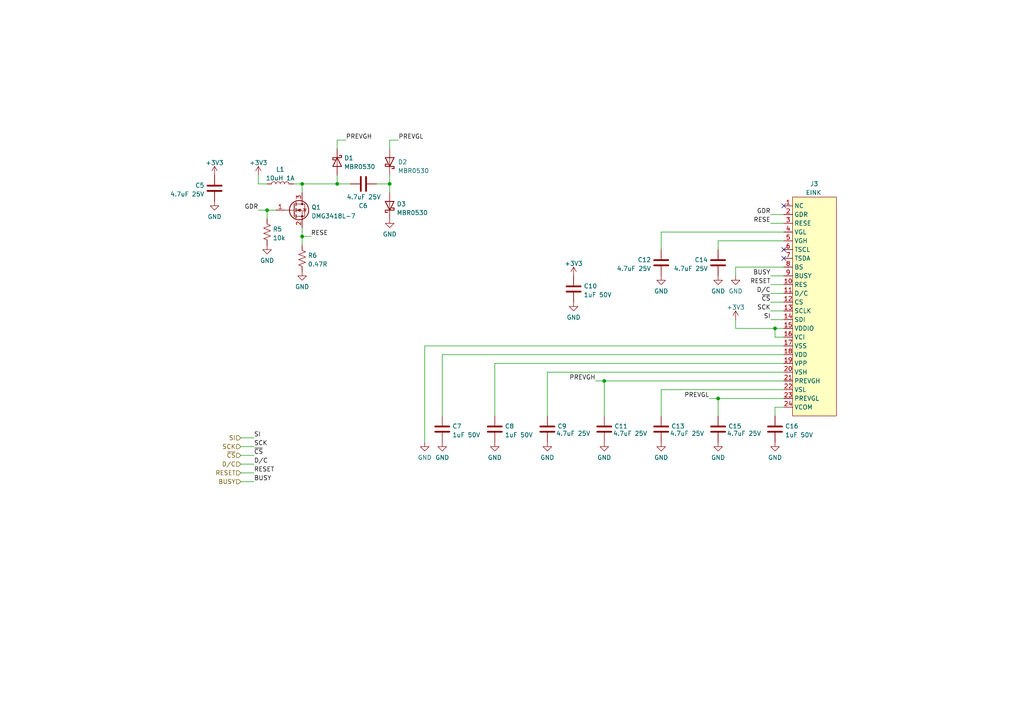
<source format=kicad_sch>
(kicad_sch (version 20211123) (generator eeschema)
  (paper "A4")
  (lib_symbols
    (symbol "Device:C" (pin_numbers hide) (pin_names (offset 0.254))
      (property "Reference" "C" (at 0.635 2.54 0))
      (property "Value" "C" (at 0.635 -2.54 0))
      (symbol "C_0_1"
        (polyline (pts (xy -2.032 -0.762) (xy 2.032 -0.762)) (stroke (width 0.508)))
        (polyline (pts (xy -2.032 0.762) (xy 2.032 0.762)) (stroke (width 0.508)))
      )
      (symbol "C_1_1"
        (pin passive line (at 0 3.81 270) (length 2.794) (name "~") (number "1"))
        (pin passive line (at 0 -3.81 90) (length 2.794) (name "~") (number "2"))
      )
    )
    (symbol "Device:L" (pin_numbers hide) (pin_names (offset 1.016) hide)
      (property "Reference" "L" (at -1.27 0 90))
      (property "Value" "L" (at 1.905 0 90))
      (symbol "L_0_1"
        (arc (start 0 -2.54) (mid 0.635 -1.905) (end 0 -1.27))
        (arc (start 0 -1.27) (mid 0.635 -0.635) (end 0 0))
        (arc (start 0 0) (mid 0.635 0.635) (end 0 1.27))
        (arc (start 0 1.27) (mid 0.635 1.905) (end 0 2.54))
      )
      (symbol "L_1_1"
        (pin passive line (at 0 3.81 270) (length 1.27) (name "1") (number "1"))
        (pin passive line (at 0 -3.81 90) (length 1.27) (name "2") (number "2"))
      )
    )
    (symbol "Device:Q_NMOS_GSD" (pin_names (offset 0) hide)
      (property "Reference" "Q" (at 5.08 1.27 0))
      (property "Value" "Q_NMOS_GSD" (at 5.08 -1.27 0))
      (symbol "Q_NMOS_GSD_0_1"
        (polyline (pts (xy 0.254 0) (xy -2.54 0)))
        (polyline (pts (xy 0.254 1.905) (xy 0.254 -1.905)) (stroke (width 0.254)))
        (polyline (pts (xy 0.762 -1.27) (xy 0.762 -2.286)) (stroke (width 0.254)))
        (polyline (pts (xy 0.762 0.508) (xy 0.762 -0.508)) (stroke (width 0.254)))
        (polyline (pts (xy 0.762 2.286) (xy 0.762 1.27)) (stroke (width 0.254)))
        (polyline (pts (xy 2.54 2.54) (xy 2.54 1.778)))
        (polyline (pts (xy 2.54 -2.54) (xy 2.54 0) (xy 0.762 0)))
        (polyline (pts (xy 0.762 -1.778) (xy 3.302 -1.778) (xy 3.302 1.778) (xy 0.762 1.778)))
        (polyline (pts (xy 1.016 0) (xy 2.032 0.381) (xy 2.032 -0.381) (xy 1.016 0)) (fill (type outline)))
        (polyline (pts (xy 2.794 0.508) (xy 2.921 0.381) (xy 3.683 0.381) (xy 3.81 0.254)))
        (polyline (pts (xy 3.302 0.381) (xy 2.921 -0.254) (xy 3.683 -0.254) (xy 3.302 0.381)))
        (circle (center 1.651 0) (radius 2.794) (stroke (width 0.254)))
        (circle (center 2.54 -1.778) (radius 0.254) (fill (type outline)))
        (circle (center 2.54 1.778) (radius 0.254) (fill (type outline)))
      )
      (symbol "Q_NMOS_GSD_1_1"
        (pin input line (at -5.08 0 0) (length 2.54) (name "G") (number "1"))
        (pin passive line (at 2.54 -5.08 90) (length 2.54) (name "S") (number "2"))
        (pin passive line (at 2.54 5.08 270) (length 2.54) (name "D") (number "3"))
      )
    )
    (symbol "Device:R_US" (pin_numbers hide) (pin_names (offset 0))
      (property "Reference" "R" (at 2.54 0 90))
      (property "Value" "R_US" (at -2.54 0 90))
      (symbol "R_US_0_1"
        (polyline (pts (xy 0 -2.286) (xy 0 -2.54)))
        (polyline (pts (xy 0 2.286) (xy 0 2.54)))
        (polyline (pts (xy 0 -0.762) (xy 1.016 -1.143) (xy 0 -1.524) (xy -1.016 -1.905) (xy 0 -2.286)))
        (polyline (pts (xy 0 0.762) (xy 1.016 0.381) (xy 0 0) (xy -1.016 -0.381) (xy 0 -0.762)))
        (polyline (pts (xy 0 2.286) (xy 1.016 1.905) (xy 0 1.524) (xy -1.016 1.143) (xy 0 0.762)))
      )
      (symbol "R_US_1_1"
        (pin passive line (at 0 3.81 270) (length 1.27) (name "~") (number "1"))
        (pin passive line (at 0 -3.81 90) (length 1.27) (name "~") (number "2"))
      )
    )
    (symbol "Diode:MBR0530" (pin_numbers hide) (pin_names (offset 1.016) hide)
      (property "Reference" "D" (at 0 2.54 0))
      (property "Value" "MBR0530" (at 0 -2.54 0))
      (symbol "MBR0530_0_1"
        (polyline (pts (xy 1.27 0) (xy -1.27 0)))
        (polyline (pts (xy 1.27 1.27) (xy 1.27 -1.27) (xy -1.27 0) (xy 1.27 1.27)) (stroke (width 0.254)))
        (polyline (pts (xy -1.905 0.635) (xy -1.905 1.27) (xy -1.27 1.27) (xy -1.27 -1.27) (xy -0.635 -1.27) (xy -0.635 -0.635)) (stroke (width 0.254)))
      )
      (symbol "MBR0530_1_1"
        (pin passive line (at -3.81 0 0) (length 2.54) (name "K") (number "1"))
        (pin passive line (at 3.81 0 180) (length 2.54) (name "A") (number "2"))
      )
    )
    (symbol "dumbwatch:EINK"
      (property "Reference" "J" (at 0 35.56 0))
      (property "Value" "EINK" (at 0 33.02 0))
      (symbol "EINK_0_1"
        (rectangle (start -6.35 31.75) (end 6.35 -31.75) (stroke (width 0.1524)) (fill (type background)))
      )
      (symbol "EINK_1_1"
        (pin input line (at -8.89 29.21 0) (length 2.54) (name "NC") (number "1"))
        (pin input line (at -8.89 6.35 0) (length 2.54) (name "RES") (number "10"))
        (pin input line (at -8.89 3.81 0) (length 2.54) (name "D/C") (number "11"))
        (pin input line (at -8.89 1.27 0) (length 2.54) (name "CS") (number "12"))
        (pin input line (at -8.89 -1.27 0) (length 2.54) (name "SCLK") (number "13"))
        (pin input line (at -8.89 -3.81 0) (length 2.54) (name "SDI") (number "14"))
        (pin input line (at -8.89 -6.35 0) (length 2.54) (name "VDDIO") (number "15"))
        (pin input line (at -8.89 -8.89 0) (length 2.54) (name "VCI") (number "16"))
        (pin input line (at -8.89 -11.43 0) (length 2.54) (name "VSS") (number "17"))
        (pin input line (at -8.89 -13.97 0) (length 2.54) (name "VDD") (number "18"))
        (pin input line (at -8.89 -16.51 0) (length 2.54) (name "VPP") (number "19"))
        (pin input line (at -8.89 26.67 0) (length 2.54) (name "GDR") (number "2"))
        (pin input line (at -8.89 -19.05 0) (length 2.54) (name "VSH") (number "20"))
        (pin input line (at -8.89 -21.59 0) (length 2.54) (name "PREVGH") (number "21"))
        (pin input line (at -8.89 -24.13 0) (length 2.54) (name "VSL") (number "22"))
        (pin input line (at -8.89 -26.67 0) (length 2.54) (name "PREVGL") (number "23"))
        (pin input line (at -8.89 -29.21 0) (length 2.54) (name "VCOM") (number "24"))
        (pin input line (at -8.89 24.13 0) (length 2.54) (name "RESE") (number "3"))
        (pin input line (at -8.89 21.59 0) (length 2.54) (name "VGL") (number "4"))
        (pin input line (at -8.89 19.05 0) (length 2.54) (name "VGH") (number "5"))
        (pin input line (at -8.89 16.51 0) (length 2.54) (name "TSCL") (number "6"))
        (pin input line (at -8.89 13.97 0) (length 2.54) (name "TSDA") (number "7"))
        (pin input line (at -8.89 11.43 0) (length 2.54) (name "BS") (number "8"))
        (pin input line (at -8.89 8.89 0) (length 2.54) (name "BUSY") (number "9"))
      )
    )
    (symbol "power:+3V3" (power) (pin_names (offset 0))
      (property "Value" "+3V3" (at 0 3.556 0))
      (symbol "+3V3_0_1"
        (polyline (pts (xy -0.762 1.27) (xy 0 2.54)))
        (polyline (pts (xy 0 0) (xy 0 2.54)))
        (polyline (pts (xy 0 2.54) (xy 0.762 1.27)))
      )
      (symbol "+3V3_1_1"
        (pin power_in line (at 0 0 90) (length 0) hide (name "+3V3") (number "1"))
      )
    )
    (symbol "power:GND" (power) (pin_names (offset 0))
      (property "Value" "GND" (at 0 -3.81 0))
      (symbol "GND_0_1"
        (polyline (pts (xy 0 0) (xy 0 -1.27) (xy 1.27 -1.27) (xy 0 -2.54) (xy -1.27 -1.27) (xy 0 -1.27)))
      )
      (symbol "GND_1_1"
        (pin power_in line (at 0 0 270) (length 0) hide (name "GND") (number "1"))
      )
    )
  )
  (junction (at 87.63 53.34))
  (junction (at 97.79 53.34))
  (junction (at 224.79 95.25))
  (junction (at 77.47 60.96))
  (junction (at 113.03 53.34))
  (junction (at 175.26 110.49))
  (junction (at 208.28 115.57))
  (junction (at 87.63 68.58))
  (no_connect (at 227.33 74.93))
  (no_connect (at 227.33 59.69))
  (no_connect (at 227.33 72.39))
  (wire (pts (xy 123.19 100.33) (xy 123.19 128.27)))
  (wire (pts (xy 113.03 40.64) (xy 115.57 40.64)))
  (wire (pts (xy 223.52 64.77) (xy 227.33 64.77)))
  (wire (pts (xy 77.47 63.5) (xy 77.47 60.96)))
  (wire (pts (xy 87.63 68.58) (xy 87.63 71.12)))
  (wire (pts (xy 208.28 115.57) (xy 227.33 115.57)))
  (wire (pts (xy 227.33 118.11) (xy 224.79 118.11)))
  (wire (pts (xy 73.66 139.7) (xy 69.85 139.7)))
  (wire (pts (xy 85.09 53.34) (xy 87.63 53.34)))
  (wire (pts (xy 213.36 77.47) (xy 227.33 77.47)))
  (wire (pts (xy 205.74 115.57) (xy 208.28 115.57)))
  (wire (pts (xy 213.36 95.25) (xy 224.79 95.25)))
  (wire (pts (xy 158.75 107.95) (xy 158.75 120.65)))
  (wire (pts (xy 223.52 85.09) (xy 227.33 85.09)))
  (wire (pts (xy 191.77 113.03) (xy 191.77 120.65)))
  (wire (pts (xy 77.47 60.96) (xy 80.01 60.96)))
  (wire (pts (xy 224.79 97.79) (xy 224.79 95.25)))
  (wire (pts (xy 87.63 53.34) (xy 87.63 55.88)))
  (wire (pts (xy 172.72 110.49) (xy 175.26 110.49)))
  (wire (pts (xy 223.52 87.63) (xy 227.33 87.63)))
  (wire (pts (xy 113.03 53.34) (xy 113.03 55.88)))
  (wire (pts (xy 113.03 50.8) (xy 113.03 53.34)))
  (wire (pts (xy 223.52 90.17) (xy 227.33 90.17)))
  (wire (pts (xy 97.79 53.34) (xy 101.6 53.34)))
  (wire (pts (xy 191.77 72.39) (xy 191.77 67.31)))
  (wire (pts (xy 143.51 105.41) (xy 143.51 120.65)))
  (wire (pts (xy 97.79 50.8) (xy 97.79 53.34)))
  (wire (pts (xy 213.36 77.47) (xy 213.36 80.01)))
  (wire (pts (xy 74.93 53.34) (xy 77.47 53.34)))
  (wire (pts (xy 208.28 69.85) (xy 227.33 69.85)))
  (wire (pts (xy 143.51 105.41) (xy 227.33 105.41)))
  (wire (pts (xy 74.93 50.8) (xy 74.93 53.34)))
  (wire (pts (xy 223.52 62.23) (xy 227.33 62.23)))
  (wire (pts (xy 123.19 100.33) (xy 227.33 100.33)))
  (wire (pts (xy 175.26 110.49) (xy 227.33 110.49)))
  (wire (pts (xy 97.79 40.64) (xy 97.79 43.18)))
  (wire (pts (xy 223.52 82.55) (xy 227.33 82.55)))
  (wire (pts (xy 87.63 68.58) (xy 90.17 68.58)))
  (wire (pts (xy 113.03 43.18) (xy 113.03 40.64)))
  (wire (pts (xy 227.33 97.79) (xy 224.79 97.79)))
  (wire (pts (xy 73.66 132.08) (xy 69.85 132.08)))
  (wire (pts (xy 224.79 118.11) (xy 224.79 120.65)))
  (wire (pts (xy 175.26 110.49) (xy 175.26 120.65)))
  (wire (pts (xy 191.77 113.03) (xy 227.33 113.03)))
  (wire (pts (xy 128.27 102.87) (xy 128.27 120.65)))
  (wire (pts (xy 208.28 120.65) (xy 208.28 115.57)))
  (wire (pts (xy 87.63 66.04) (xy 87.63 68.58)))
  (wire (pts (xy 213.36 92.71) (xy 213.36 95.25)))
  (wire (pts (xy 191.77 67.31) (xy 227.33 67.31)))
  (wire (pts (xy 128.27 102.87) (xy 227.33 102.87)))
  (wire (pts (xy 208.28 69.85) (xy 208.28 72.39)))
  (wire (pts (xy 223.52 92.71) (xy 227.33 92.71)))
  (wire (pts (xy 73.66 134.62) (xy 69.85 134.62)))
  (wire (pts (xy 73.66 127) (xy 69.85 127)))
  (wire (pts (xy 224.79 95.25) (xy 227.33 95.25)))
  (wire (pts (xy 97.79 40.64) (xy 100.33 40.64)))
  (wire (pts (xy 109.22 53.34) (xy 113.03 53.34)))
  (wire (pts (xy 73.66 137.16) (xy 69.85 137.16)))
  (wire (pts (xy 223.52 80.01) (xy 227.33 80.01)))
  (wire (pts (xy 73.66 129.54) (xy 69.85 129.54)))
  (wire (pts (xy 97.79 53.34) (xy 87.63 53.34)))
  (wire (pts (xy 74.93 60.96) (xy 77.47 60.96)))
  (wire (pts (xy 158.75 107.95) (xy 227.33 107.95)))
  (label "SI" (at 73.66 127 0))
  (label "RESET" (at 223.52 82.55 180))
  (label "RESE" (at 90.17 68.58 0))
  (label "SCK" (at 223.52 90.17 180))
  (label "RESE" (at 223.52 64.77 180))
  (label "~{CS}" (at 73.66 132.08 0))
  (label "SCK" (at 73.66 129.54 0))
  (label "PREVGH" (at 172.72 110.49 180))
  (label "D{slash}C" (at 223.52 85.09 180))
  (label "SI" (at 223.52 92.71 180))
  (label "GDR" (at 223.52 62.23 180))
  (label "PREVGL" (at 115.57 40.64 0))
  (label "PREVGH" (at 100.33 40.64 0))
  (label "~{CS}" (at 223.52 87.63 180))
  (label "GDR" (at 74.93 60.96 180))
  (label "D{slash}C" (at 73.66 134.62 0))
  (label "RESET" (at 73.66 137.16 0))
  (label "BUSY" (at 73.66 139.7 0))
  (label "PREVGL" (at 205.74 115.57 180))
  (label "BUSY" (at 223.52 80.01 180))
  (hierarchical_label "~{CS}" (shape input) (at 69.85 132.08 180))
  (hierarchical_label "D{slash}C" (shape input) (at 69.85 134.62 180))
  (hierarchical_label "RESET" (shape input) (at 69.85 137.16 180))
  (hierarchical_label "BUSY" (shape input) (at 69.85 139.7 180))
  (hierarchical_label "SI" (shape input) (at 69.85 127 180))
  (hierarchical_label "SCK" (shape input) (at 69.85 129.54 180))
  (symbol (lib_id "Device:C") (at 175.26 124.46 0) (unit 1)
    (property "Reference" "C11" (at 178.181 123.6253 0) (effects (justify left)))
    (property "Value" "4.7uF 25V" (at 177.8 125.73 0) (effects (justify left)))
    (property "Footprint" "Capacitor_SMD:C_0805_2012Metric_Pad1.18x1.45mm_HandSolder" (effects hide))
  )
  (symbol (lib_id "power:GND") (at 175.26 128.27 0) (unit 1)
    (property "Reference" "#PWR024" (effects hide))
    (property "Value" "GND" (at 175.26 132.7134 0))
  )
  (symbol (lib_id "power:GND") (at 191.77 80.01 0) (unit 1)
    (property "Reference" "#PWR025" (effects hide))
    (property "Value" "GND" (at 191.77 84.4534 0))
  )
  (symbol (lib_id "power:+3V3") (at 74.93 50.8 0) (unit 1)
    (property "Reference" "#PWR014" (effects hide))
    (property "Value" "+3V3" (at 74.93 47.2242 0))
  )
  (symbol (lib_id "Device:R_US") (at 87.63 74.93 0) (unit 1)
    (property "Reference" "R6" (at 89.281 74.0953 0) (effects (justify left)))
    (property "Value" "0.47R" (at 89.281 76.6322 0) (effects (justify left)))
    (property "Footprint" "Resistor_SMD:R_0805_2012Metric_Pad1.20x1.40mm_HandSolder" (effects hide))
  )
  (symbol (lib_id "power:GND") (at 143.51 128.27 0) (unit 1)
    (property "Reference" "#PWR020" (effects hide))
    (property "Value" "GND" (at 143.51 132.7134 0))
  )
  (symbol (lib_id "power:+3V3") (at 62.23 50.8 0) (unit 1)
    (property "Reference" "#PWR012" (effects hide))
    (property "Value" "+3V3" (at 62.23 47.2242 0))
  )
  (symbol (lib_id "Device:C") (at 62.23 54.61 0) (mirror y) (unit 1)
    (property "Reference" "C5" (at 59.309 53.7753 0) (effects (justify left)))
    (property "Value" "4.7uF 25V" (at 59.309 56.3122 0) (effects (justify left)))
    (property "Footprint" "Capacitor_SMD:C_0805_2012Metric_Pad1.18x1.45mm_HandSolder" (effects hide))
  )
  (symbol (lib_id "Device:C") (at 224.79 124.46 0) (unit 1)
    (property "Reference" "C16" (at 227.711 123.6253 0) (effects (justify left)))
    (property "Value" "1uF 50V" (at 227.711 126.1622 0) (effects (justify left)))
    (property "Footprint" "Capacitor_SMD:C_0805_2012Metric_Pad1.18x1.45mm_HandSolder" (effects hide))
  )
  (symbol (lib_id "power:GND") (at 128.27 128.27 0) (unit 1)
    (property "Reference" "#PWR019" (effects hide))
    (property "Value" "GND" (at 128.27 132.7134 0))
  )
  (symbol (lib_id "Device:R_US") (at 77.47 67.31 0) (unit 1)
    (property "Reference" "R5" (at 79.121 66.4753 0) (effects (justify left)))
    (property "Value" "10k" (at 79.121 69.0122 0) (effects (justify left)))
    (property "Footprint" "Resistor_SMD:R_0805_2012Metric_Pad1.20x1.40mm_HandSolder" (effects hide))
  )
  (symbol (lib_id "power:+3V3") (at 213.36 92.71 0) (unit 1)
    (property "Reference" "#PWR030" (effects hide))
    (property "Value" "+3V3" (at 213.36 89.1342 0))
  )
  (symbol (lib_id "power:GND") (at 87.63 78.74 0) (mirror y) (unit 1)
    (property "Reference" "#PWR016" (effects hide))
    (property "Value" "GND" (at 87.63 83.1834 0))
  )
  (symbol (lib_id "Diode:MBR0530") (at 97.79 46.99 270) (unit 1)
    (property "Reference" "D1" (at 99.822 45.8378 90) (effects (justify left)))
    (property "Value" "MBR0530" (at 99.822 48.3747 90) (effects (justify left)))
    (property "Footprint" "Diode_SMD:D_SOD-123" (effects hide))
    (property "Datasheet" "http://www.mccsemi.com/up_pdf/MBR0520~MBR0580(SOD123).pdf" (effects hide))
  )
  (symbol (lib_id "power:GND") (at 208.28 128.27 0) (unit 1)
    (property "Reference" "#PWR028" (effects hide))
    (property "Value" "GND" (at 208.28 132.7134 0))
  )
  (symbol (lib_id "Diode:MBR0530") (at 113.03 59.69 90) (unit 1)
    (property "Reference" "D3" (at 115.062 59.1728 90) (effects (justify right)))
    (property "Value" "MBR0530" (at 115.062 61.7097 90) (effects (justify right)))
    (property "Footprint" "Diode_SMD:D_SOD-123" (effects hide))
    (property "Datasheet" "http://www.mccsemi.com/up_pdf/MBR0520~MBR0580(SOD123).pdf" (effects hide))
  )
  (symbol (lib_id "power:GND") (at 191.77 128.27 0) (unit 1)
    (property "Reference" "#PWR026" (effects hide))
    (property "Value" "GND" (at 191.77 132.7134 0))
  )
  (symbol (lib_id "power:GND") (at 213.36 80.01 0) (unit 1)
    (property "Reference" "#PWR029" (effects hide))
    (property "Value" "GND" (at 213.36 84.4534 0))
  )
  (symbol (lib_id "Device:C") (at 208.28 76.2 0) (mirror y) (unit 1)
    (property "Reference" "C14" (at 205.359 75.3653 0) (effects (justify left)))
    (property "Value" "4.7uF 25V" (at 205.359 77.9022 0) (effects (justify left)))
    (property "Footprint" "Capacitor_SMD:C_0805_2012Metric_Pad1.18x1.45mm_HandSolder" (effects hide))
  )
  (symbol (lib_id "dumbwatch:EINK") (at 236.22 88.9 0) (unit 1)
    (property "Reference" "J3" (at 234.95 53.34 0) (effects (justify left)))
    (property "Value" "EINK" (at 233.68 55.88 0) (effects (justify left)))
    (property "Footprint" "Connector_FFC-FPC:Hirose_FH12-24S-0.5SH_1x24-1MP_P0.50mm_Horizontal" (effects hide))
  )
  (symbol (lib_id "power:GND") (at 158.75 128.27 0) (unit 1)
    (property "Reference" "#PWR021" (effects hide))
    (property "Value" "GND" (at 158.75 132.7134 0))
  )
  (symbol (lib_id "Diode:MBR0530") (at 113.03 46.99 270) (mirror x) (unit 1)
    (property "Reference" "D2" (at 118.11 46.99 90) (effects (justify right)))
    (property "Value" "MBR0530" (at 124.46 49.53 90) (effects (justify right)))
    (property "Footprint" "Diode_SMD:D_SOD-123" (effects hide))
    (property "Datasheet" "http://www.mccsemi.com/up_pdf/MBR0520~MBR0580(SOD123).pdf" (effects hide))
  )
  (symbol (lib_id "power:GND") (at 224.79 128.27 0) (unit 1)
    (property "Reference" "#PWR031" (effects hide))
    (property "Value" "GND" (at 224.79 132.7134 0))
  )
  (symbol (lib_id "power:GND") (at 113.03 63.5 0) (unit 1)
    (property "Reference" "#PWR017" (effects hide))
    (property "Value" "GND" (at 113.03 67.9434 0))
  )
  (symbol (lib_id "Device:Q_NMOS_GSD") (at 85.09 60.96 0) (unit 1)
    (property "Reference" "Q1" (at 90.297 60.1253 0) (effects (justify left)))
    (property "Value" "DMG3418L-7" (at 90.297 62.6622 0) (effects (justify left)))
    (property "Footprint" "Package_TO_SOT_SMD:SOT-23" (effects hide))
  )
  (symbol (lib_id "power:GND") (at 166.37 87.63 0) (unit 1)
    (property "Reference" "#PWR023" (effects hide))
    (property "Value" "GND" (at 166.37 92.0734 0))
  )
  (symbol (lib_id "Device:C") (at 166.37 83.82 0) (unit 1)
    (property "Reference" "C10" (at 169.291 82.9853 0) (effects (justify left)))
    (property "Value" "1uF 50V" (at 169.291 85.5222 0) (effects (justify left)))
    (property "Footprint" "Capacitor_SMD:C_0805_2012Metric_Pad1.18x1.45mm_HandSolder" (effects hide))
  )
  (symbol (lib_id "power:GND") (at 208.28 80.01 0) (mirror y) (unit 1)
    (property "Reference" "#PWR027" (effects hide))
    (property "Value" "GND" (at 208.28 84.4534 0))
  )
  (symbol (lib_id "Device:C") (at 158.75 124.46 0) (unit 1)
    (property "Reference" "C9" (at 161.671 123.6253 0) (effects (justify left)))
    (property "Value" "4.7uF 25V" (at 161.29 125.73 0) (effects (justify left)))
    (property "Footprint" "Capacitor_SMD:C_0805_2012Metric_Pad1.18x1.45mm_HandSolder" (effects hide))
  )
  (symbol (lib_id "Device:C") (at 105.41 53.34 90) (unit 1)
    (property "Reference" "C6" (at 106.68 59.69 90) (effects (justify left)))
    (property "Value" "4.7uF 25V" (at 110.49 57.15 90) (effects (justify left)))
    (property "Footprint" "Capacitor_SMD:C_0805_2012Metric_Pad1.18x1.45mm_HandSolder" (effects hide))
  )
  (symbol (lib_id "Device:C") (at 143.51 124.46 0) (unit 1)
    (property "Reference" "C8" (at 146.431 123.6253 0) (effects (justify left)))
    (property "Value" "1uF 50V" (at 146.431 126.1622 0) (effects (justify left)))
    (property "Footprint" "Capacitor_SMD:C_0805_2012Metric_Pad1.18x1.45mm_HandSolder" (effects hide))
  )
  (symbol (lib_id "Device:C") (at 191.77 124.46 0) (unit 1)
    (property "Reference" "C13" (at 194.691 123.6253 0) (effects (justify left)))
    (property "Value" "4.7uF 25V" (at 194.31 125.73 0) (effects (justify left)))
    (property "Footprint" "Capacitor_SMD:C_0805_2012Metric_Pad1.18x1.45mm_HandSolder" (effects hide))
  )
  (symbol (lib_id "Device:C") (at 128.27 124.46 0) (unit 1)
    (property "Reference" "C7" (at 131.191 123.6253 0) (effects (justify left)))
    (property "Value" "1uF 50V" (at 131.191 126.1622 0) (effects (justify left)))
    (property "Footprint" "Capacitor_SMD:C_0805_2012Metric_Pad1.18x1.45mm_HandSolder" (effects hide))
  )
  (symbol (lib_id "power:GND") (at 123.19 128.27 0) (unit 1)
    (property "Reference" "#PWR018" (effects hide))
    (property "Value" "GND" (at 123.19 132.7134 0))
  )
  (symbol (lib_id "power:GND") (at 62.23 58.42 0) (mirror y) (unit 1)
    (property "Reference" "#PWR013" (effects hide))
    (property "Value" "GND" (at 62.23 62.8634 0))
  )
  (symbol (lib_id "Device:C") (at 208.28 124.46 0) (unit 1)
    (property "Reference" "C15" (at 211.201 123.6253 0) (effects (justify left)))
    (property "Value" "4.7uF 25V" (at 210.82 125.73 0) (effects (justify left)))
    (property "Footprint" "Capacitor_SMD:C_0805_2012Metric_Pad1.18x1.45mm_HandSolder" (effects hide))
  )
  (symbol (lib_id "Device:C") (at 191.77 76.2 0) (mirror y) (unit 1)
    (property "Reference" "C12" (at 188.849 75.3653 0) (effects (justify left)))
    (property "Value" "4.7uF 25V" (at 188.849 77.9022 0) (effects (justify left)))
    (property "Footprint" "Capacitor_SMD:C_0805_2012Metric_Pad1.18x1.45mm_HandSolder" (effects hide))
  )
  (symbol (lib_id "power:GND") (at 77.47 71.12 0) (unit 1)
    (property "Reference" "#PWR015" (effects hide))
    (property "Value" "GND" (at 77.47 75.5634 0))
  )
  (symbol (lib_id "Device:L") (at 81.28 53.34 90) (unit 1)
    (property "Reference" "L1" (at 81.28 49.1322 90))
    (property "Value" "10uH 1A" (at 81.28 51.6691 90))
    (property "Footprint" "Inductor_SMD:L_1210_3225Metric_Pad1.42x2.65mm_HandSolder" (effects hide))
    (property "Datasheet" "BCL322515RT-100M-D" (effects hide))
  )
  (symbol (lib_id "power:+3V3") (at 166.37 80.01 0) (unit 1)
    (property "Reference" "#PWR022" (effects hide))
    (property "Value" "+3V3" (at 166.37 76.4342 0))
  )
)
</source>
